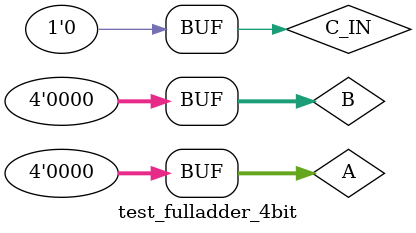
<source format=sv>
`timescale 1ns/1ps 		// time unit / compiler time precision

module test_fulladder_4bit ();

// Set up variables 

logic [3:0] A, B;
logic C_IN;

// define wires (signals) to record output 
 
logic [3:0] SUM;
logic C_OUT;

// instantiante the 4-bit full adder that we call FA_4BIT   

full_adder_4_bit FA_4BIT ( 
	.a(A),
	.b(B),
	.c_in(C_IN),
	.sum(SUM),
	.c_out(C_OUT));
						   
// Stimulate Inputs 

initial 
	begin
		A = 4'd0; //  4' indicates the width in bits of the value which is given in decimal (0).  
		B = 4'd0;
		C_IN = 1'b0;
		
		# 5 // wait after 5 delay time 
		
		A = 4'd3; 
		B = 4'd4;
		
		# 5 // wait after 5 delay time 
		
		A = 4'd2; 
		B = 4'd5;
		
		# 5 // wait after 5 delay time 
		
		A = 4'd9; 
		B = 4'd9;
		
		# 5 // wait after 5 delay time 
		
		A = 4'd10; 
		B = 4'd15;
		
		# 5 // wait after 5 delay time 
		
		A = 4'd10; 
		B = 4'd5;
		
		# 5 // wait after 5 delay time 
		
		A = 4'd0; 
		B = 4'd0;
		
	end 

endmodule  
		
		
		
		
							
</source>
